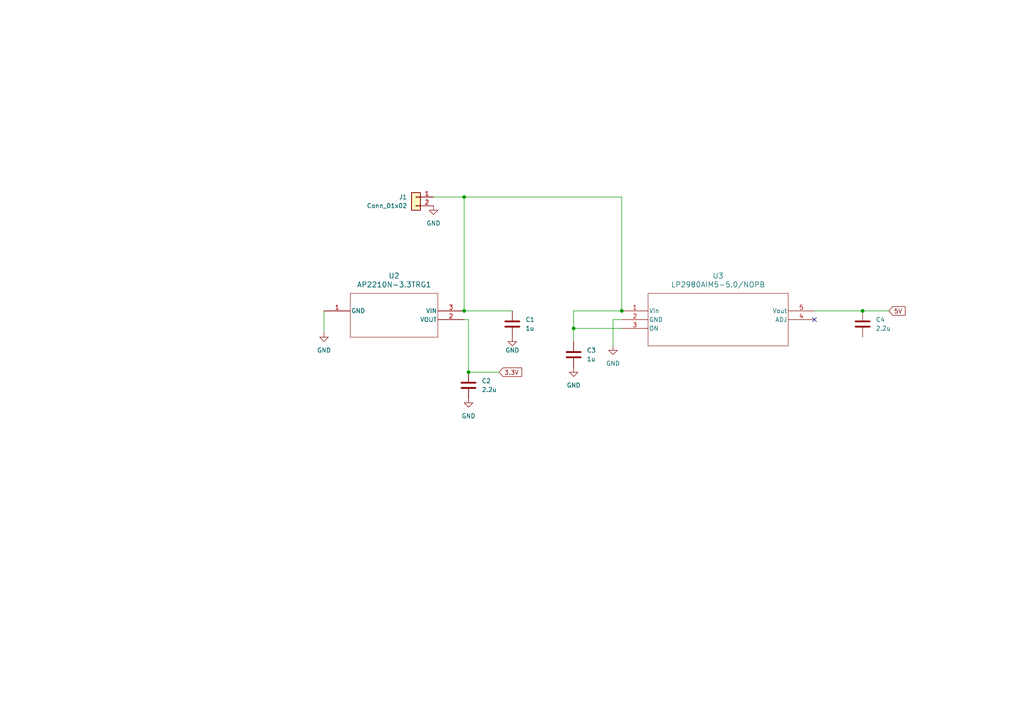
<source format=kicad_sch>
(kicad_sch (version 20230121) (generator eeschema)
  (paper "A4")
  (lib_symbols
    (symbol "Connector_Generic:Conn_01x02" (pin_names (offset 1.016) hide)
      (property "Reference" "J" (at 0 2.54 0))
      (property "Value" "Conn_01x02" (at 0 -5.08 0))
      (symbol "Conn_01x02_1_1"
        (rectangle (start -1.27 -2.413) (end 0 -2.667) (stroke (width 0.1524)))
        (rectangle (start -1.27 0.127) (end 0 -0.127) (stroke (width 0.1524)))
        (rectangle (start -1.27 1.27) (end 1.27 -3.81) (stroke (width 0.254)) (fill (type background)))
        (pin passive line (at -5.08 0 0) (length 3.81) (name "Pin_1") (number "1"))
        (pin passive line (at -5.08 -2.54 0) (length 3.81) (name "Pin_2") (number "2"))
      )
    )
    (symbol "Device:C" (pin_numbers hide) (pin_names (offset 0.254))
      (property "Reference" "C" (at 0.635 2.54 0))
      (property "Value" "C" (at 0.635 -2.54 0))
      (symbol "C_0_1"
        (polyline (pts (xy -2.032 -0.762) (xy 2.032 -0.762)) (stroke (width 0.508)))
        (polyline (pts (xy -2.032 0.762) (xy 2.032 0.762)) (stroke (width 0.508)))
      )
      (symbol "C_1_1"
        (pin passive line (at 0 3.81 270) (length 2.794) (name "~") (number "1"))
        (pin passive line (at 0 -3.81 90) (length 2.794) (name "~") (number "2"))
      )
    )
    (symbol "power:GND" (power) (pin_names (offset 0))
      (property "Value" "GND" (at 0 -3.81 0))
      (symbol "GND_0_1"
        (polyline (pts (xy 0 0) (xy 0 -1.27) (xy 1.27 -1.27) (xy 0 -2.54) (xy -1.27 -1.27) (xy 0 -1.27)))
      )
      (symbol "GND_1_1"
        (pin power_in line (at 0 0 270) (length 0) hide (name "GND") (number "1"))
      )
    )
    (symbol "symbol-receiver:AP2210N-3.3TRG1" (pin_names (offset 0.254))
      (property "Reference" "U" (at 20.32 10.16 0))
      (property "Value" "AP2210N-3.3TRG1" (at 20.32 7.62 0))
      (symbol "AP2210N-3.3TRG1_1_1"
        (polyline (pts (xy 7.62 -7.62) (xy 33.02 -7.62)) (stroke (width 0.127)))
        (polyline (pts (xy 7.62 5.08) (xy 7.62 -7.62)) (stroke (width 0.127)))
        (polyline (pts (xy 33.02 -7.62) (xy 33.02 5.08)) (stroke (width 0.127)))
        (polyline (pts (xy 33.02 5.08) (xy 7.62 5.08)) (stroke (width 0.127)))
        (pin power_out line (at 0 0 0) (length 7.62) (name "GND") (number "1"))
        (pin output line (at 40.64 -2.54 180) (length 7.62) (name "VOUT") (number "2"))
        (pin unspecified line (at 40.64 0 180) (length 7.62) (name "VIN") (number "3"))
      )
    )
    (symbol "symbol-receiver:LP2980AIM5-5.0_NOPB" (pin_names (offset 0.254))
      (property "Reference" "U3" (at 27.94 10.16 0))
      (property "Value" "LP2980AIM5-5.0/NOPB" (at 27.94 7.62 0))
      (symbol "LP2980AIM5-5.0_NOPB_1_1"
        (polyline (pts (xy 7.62 -10.16) (xy 48.26 -10.16)) (stroke (width 0.127)))
        (polyline (pts (xy 7.62 5.08) (xy 7.62 -10.16)) (stroke (width 0.127)))
        (polyline (pts (xy 48.26 -10.16) (xy 48.26 5.08)) (stroke (width 0.127)))
        (polyline (pts (xy 48.26 5.08) (xy 7.62 5.08)) (stroke (width 0.127)))
        (pin input line (at 0 0 0) (length 7.62) (name "Vin") (number "1"))
        (pin passive line (at 0 -2.54 0) (length 7.62) (name "GND") (number "2"))
        (pin passive line (at 0 -5.08 0) (length 7.62) (name "ON") (number "3"))
        (pin passive line (at 55.88 -2.54 180) (length 7.62) (name "ADJ") (number "4"))
        (pin output line (at 55.88 0 180) (length 7.62) (name "Vout") (number "5"))
      )
    )
  )
  (junction (at 180.34 90.17))
  (junction (at 135.89 107.95))
  (junction (at 166.37 95.25))
  (junction (at 250.19 90.17))
  (junction (at 134.62 90.17))
  (junction (at 134.62 57.15))
  (no_connect (at 236.22 92.71))
  (wire (pts (xy 236.22 90.17) (xy 250.19 90.17)))
  (wire (pts (xy 180.34 90.17) (xy 180.34 57.15)))
  (wire (pts (xy 135.89 107.95) (xy 144.78 107.95)))
  (wire (pts (xy 250.19 90.17) (xy 257.81 90.17)))
  (wire (pts (xy 166.37 90.17) (xy 180.34 90.17)))
  (wire (pts (xy 177.8 92.71) (xy 180.34 92.71)))
  (wire (pts (xy 166.37 95.25) (xy 180.34 95.25)))
  (wire (pts (xy 135.89 92.71) (xy 134.62 92.71)))
  (wire (pts (xy 177.8 100.33) (xy 177.8 92.71)))
  (wire (pts (xy 134.62 90.17) (xy 134.62 57.15)))
  (wire (pts (xy 135.89 92.71) (xy 135.89 107.95)))
  (wire (pts (xy 134.62 57.15) (xy 125.73 57.15)))
  (wire (pts (xy 180.34 57.15) (xy 134.62 57.15)))
  (wire (pts (xy 93.98 96.52) (xy 93.98 90.17)))
  (wire (pts (xy 166.37 99.06) (xy 166.37 95.25)))
  (wire (pts (xy 134.62 90.17) (xy 148.59 90.17)))
  (wire (pts (xy 166.37 95.25) (xy 166.37 90.17)))
  (global_label "5V" (shape input) (at 257.81 90.17 0) (property "Intersheetrefs" "${INTERSHEET_REFS}" (effects hide)))
  (global_label "3.3V" (shape input) (at 144.78 107.95 0) (property "Intersheetrefs" "${INTERSHEET_REFS}" (effects hide)))
  (symbol (lib_id "power:GND") (at 166.37 106.68 0) (unit 1)
    (property "Reference" "#PWR04" (effects hide))
    (property "Value" "GND" (at 166.37 111.76 0))
  )
  (symbol (lib_id "Device:C") (at 250.19 93.98 0) (unit 1)
    (property "Reference" "C4" (at 254 92.71 0) (effects (justify left)))
    (property "Value" "2.2u" (at 254 95.25 0) (effects (justify left)))
  )
  (symbol (lib_id "power:GND") (at 135.89 115.57 0) (unit 1)
    (property "Reference" "#PWR06" (effects hide))
    (property "Value" "GND" (at 135.89 120.65 0))
  )
  (symbol (lib_id "power:GND") (at 177.8 100.33 0) (unit 1)
    (property "Reference" "#PWR01" (effects hide))
    (property "Value" "GND" (at 177.8 105.41 0))
  )
  (symbol (lib_id "symbol-receiver:AP2210N-3.3TRG1") (at 93.98 90.17 0) (unit 1)
    (property "Reference" "U2" (at 114.3 80.01 0) (effects (font (size 1.524 1.524))))
    (property "Value" "AP2210N-3.3TRG1" (at 114.3 82.55 0) (effects (font (size 1.524 1.524))))
    (property "Footprint" "SOT_3.3TRG1_DIO" (effects hide))
    (property "Datasheet" "AP2210N-3.3TRG1" (effects hide))
  )
  (symbol (lib_id "power:GND") (at 93.98 96.52 0) (unit 1)
    (property "Reference" "#PWR02" (effects hide))
    (property "Value" "GND" (at 93.98 101.6 0))
  )
  (symbol (lib_id "power:GND") (at 148.59 97.79 0) (unit 1)
    (property "Reference" "#PWR05" (effects hide))
    (property "Value" "GND" (at 148.59 101.6 0))
  )
  (symbol (lib_id "Device:C") (at 135.89 111.76 0) (unit 1)
    (property "Reference" "C2" (at 139.7 110.49 0) (effects (justify left)))
    (property "Value" "2.2u" (at 139.7 113.03 0) (effects (justify left)))
  )
  (symbol (lib_id "Connector_Generic:Conn_01x02") (at 120.65 57.15 0) (mirror y) (unit 1)
    (property "Reference" "J1" (at 118.11 57.15 0) (effects (justify left)))
    (property "Value" "Conn_01x02" (at 118.11 59.69 0) (effects (justify left)))
    (property "Footprint" "Connector_PinHeader_2.00mm:PinHeader_1x02_P2.00mm_Vertical" (effects hide))
  )
  (symbol (lib_id "Device:C") (at 166.37 102.87 0) (unit 1)
    (property "Reference" "C3" (at 170.18 101.6 0) (effects (justify left)))
    (property "Value" "1u" (at 170.18 104.14 0) (effects (justify left)))
  )
  (symbol (lib_id "power:GND") (at 125.73 59.69 0) (unit 1)
    (property "Reference" "#PWR03" (effects hide))
    (property "Value" "GND" (at 125.73 64.77 0))
  )
  (symbol (lib_id "Device:C") (at 148.59 93.98 0) (unit 1)
    (property "Reference" "C1" (at 152.4 92.71 0) (effects (justify left)))
    (property "Value" "1u" (at 152.4 95.25 0) (effects (justify left)))
  )
  (symbol (lib_id "symbol-receiver:LP2980AIM5-5.0_NOPB") (at 180.34 90.17 0) (unit 1)
    (property "Reference" "U3" (at 208.28 80.01 0) (effects (font (size 1.524 1.524))))
    (property "Value" "LP2980AIM5-5.0/NOPB" (at 208.28 82.55 0) (effects (font (size 1.524 1.524))))
    (property "Footprint" "MF05A_TEX" (effects hide))
    (property "Datasheet" "LP2980AIM5-5.0/NOPB" (effects hide))
  )
)
</source>
